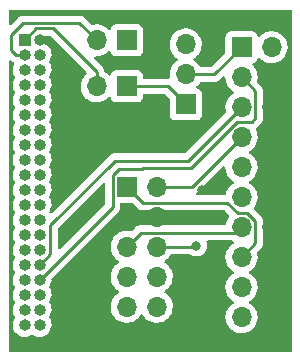
<source format=gbr>
%TF.GenerationSoftware,KiCad,Pcbnew,6.0.5+dfsg-1~bpo11+1*%
%TF.CreationDate,2022-08-16T04:59:05+00:00*%
%TF.ProjectId,olimex_stm32mp1_jtag,6f6c696d-6578-45f7-9374-6d33326d7031,rev?*%
%TF.SameCoordinates,Original*%
%TF.FileFunction,Copper,L2,Bot*%
%TF.FilePolarity,Positive*%
%FSLAX46Y46*%
G04 Gerber Fmt 4.6, Leading zero omitted, Abs format (unit mm)*
G04 Created by KiCad (PCBNEW 6.0.5+dfsg-1~bpo11+1) date 2022-08-16 04:59:05*
%MOMM*%
%LPD*%
G01*
G04 APERTURE LIST*
%TA.AperFunction,ComponentPad*%
%ADD10R,1.700000X1.700000*%
%TD*%
%TA.AperFunction,ComponentPad*%
%ADD11O,1.700000X1.700000*%
%TD*%
%TA.AperFunction,ComponentPad*%
%ADD12R,1.000000X1.000000*%
%TD*%
%TA.AperFunction,ComponentPad*%
%ADD13O,1.000000X1.000000*%
%TD*%
%TA.AperFunction,ViaPad*%
%ADD14C,0.800000*%
%TD*%
%TA.AperFunction,Conductor*%
%ADD15C,0.250000*%
%TD*%
G04 APERTURE END LIST*
D10*
%TO.P,JP2,1,A*%
%TO.N,+3V3*%
X150500000Y-73120000D03*
D11*
%TO.P,JP2,2,B*%
%TO.N,Net-(J3-Pad3)*%
X147960000Y-73120000D03*
%TD*%
D10*
%TO.P,JP3,1,A*%
%TO.N,+5V*%
X150500000Y-77000000D03*
D11*
%TO.P,JP3,2,B*%
%TO.N,Net-(J3-Pad1)*%
X147960000Y-77000000D03*
%TD*%
D10*
%TO.P,JP1,1,A*%
%TO.N,+5V*%
X155500000Y-78540000D03*
D11*
%TO.P,JP1,2,C*%
%TO.N,VCC*%
X155500000Y-76000000D03*
%TO.P,JP1,3,B*%
%TO.N,+3V3*%
X155500000Y-73460000D03*
%TD*%
D10*
%TO.P,J2,1,Pin_1*%
%TO.N,/~{RST}*%
X150500000Y-85500000D03*
D11*
%TO.P,J2,2,Pin_2*%
%TO.N,/JTMS-SWDIO*%
X153040000Y-85500000D03*
%TO.P,J2,3,Pin_3*%
%TO.N,GND*%
X150500000Y-88040000D03*
%TO.P,J2,4,Pin_4*%
X153040000Y-88040000D03*
%TO.P,J2,5,Pin_5*%
%TO.N,/JTDO-TRACESWO*%
X150500000Y-90580000D03*
%TO.P,J2,6,Pin_6*%
%TO.N,/JTCK-SWCLK*%
X153040000Y-90580000D03*
%TO.P,J2,7,Pin_7*%
%TO.N,+3V3*%
X150500000Y-93120000D03*
%TO.P,J2,8,Pin_8*%
X153040000Y-93120000D03*
%TO.P,J2,9,Pin_9*%
%TO.N,+5V*%
X150500000Y-95660000D03*
%TO.P,J2,10,Pin_10*%
X153040000Y-95660000D03*
%TD*%
D10*
%TO.P,J1,1,Pin_1*%
%TO.N,VCC*%
X160225000Y-73695000D03*
D11*
%TO.P,J1,2,Pin_2*%
X162765000Y-73695000D03*
%TO.P,J1,3,Pin_3*%
%TO.N,/~{JTRST}*%
X160225000Y-76235000D03*
%TO.P,J1,4,Pin_4*%
%TO.N,GND*%
X162765000Y-76235000D03*
%TO.P,J1,5,Pin_5*%
%TO.N,/JTDI*%
X160225000Y-78775000D03*
%TO.P,J1,6,Pin_6*%
%TO.N,GND*%
X162765000Y-78775000D03*
%TO.P,J1,7,Pin_7*%
%TO.N,/JTMS-SWDIO*%
X160225000Y-81315000D03*
%TO.P,J1,8,Pin_8*%
%TO.N,GND*%
X162765000Y-81315000D03*
%TO.P,J1,9,Pin_9*%
%TO.N,/JTCK-SWCLK*%
X160225000Y-83855000D03*
%TO.P,J1,10,Pin_10*%
%TO.N,GND*%
X162765000Y-83855000D03*
%TO.P,J1,11,Pin_11*%
%TO.N,unconnected-(J1-Pad11)*%
X160225000Y-86395000D03*
%TO.P,J1,12,Pin_12*%
%TO.N,GND*%
X162765000Y-86395000D03*
%TO.P,J1,13,Pin_13*%
%TO.N,/JTDO-TRACESWO*%
X160225000Y-88935000D03*
%TO.P,J1,14,Pin_14*%
%TO.N,GND*%
X162765000Y-88935000D03*
%TO.P,J1,15,Pin_15*%
%TO.N,/~{RST}*%
X160225000Y-91475000D03*
%TO.P,J1,16,Pin_16*%
%TO.N,GND*%
X162765000Y-91475000D03*
%TO.P,J1,17,Pin_17*%
%TO.N,unconnected-(J1-Pad17)*%
X160225000Y-94015000D03*
%TO.P,J1,18,Pin_18*%
%TO.N,GND*%
X162765000Y-94015000D03*
%TO.P,J1,19,Pin_19*%
%TO.N,unconnected-(J1-Pad19)*%
X160225000Y-96555000D03*
%TO.P,J1,20,Pin_20*%
%TO.N,GND*%
X162765000Y-96555000D03*
%TD*%
D12*
%TO.P,J3,1,Pin_1*%
%TO.N,Net-(J3-Pad1)*%
X141855000Y-73070000D03*
D13*
%TO.P,J3,2,Pin_2*%
%TO.N,GND*%
X143125000Y-73070000D03*
%TO.P,J3,3,Pin_3*%
%TO.N,Net-(J3-Pad3)*%
X141855000Y-74340000D03*
%TO.P,J3,4,Pin_4*%
%TO.N,unconnected-(J3-Pad4)*%
X143125000Y-74340000D03*
%TO.P,J3,5,Pin_5*%
%TO.N,/~{RST}*%
X141855000Y-75610000D03*
%TO.P,J3,6,Pin_6*%
%TO.N,unconnected-(J3-Pad6)*%
X143125000Y-75610000D03*
%TO.P,J3,7,Pin_7*%
%TO.N,unconnected-(J3-Pad7)*%
X141855000Y-76880000D03*
%TO.P,J3,8,Pin_8*%
%TO.N,unconnected-(J3-Pad8)*%
X143125000Y-76880000D03*
%TO.P,J3,9,Pin_9*%
%TO.N,unconnected-(J3-Pad9)*%
X141855000Y-78150000D03*
%TO.P,J3,10,Pin_10*%
%TO.N,unconnected-(J3-Pad10)*%
X143125000Y-78150000D03*
%TO.P,J3,11,Pin_11*%
%TO.N,unconnected-(J3-Pad11)*%
X141855000Y-79420000D03*
%TO.P,J3,12,Pin_12*%
%TO.N,unconnected-(J3-Pad12)*%
X143125000Y-79420000D03*
%TO.P,J3,13,Pin_13*%
%TO.N,unconnected-(J3-Pad13)*%
X141855000Y-80690000D03*
%TO.P,J3,14,Pin_14*%
%TO.N,unconnected-(J3-Pad14)*%
X143125000Y-80690000D03*
%TO.P,J3,15,Pin_15*%
%TO.N,unconnected-(J3-Pad15)*%
X141855000Y-81960000D03*
%TO.P,J3,16,Pin_16*%
%TO.N,unconnected-(J3-Pad16)*%
X143125000Y-81960000D03*
%TO.P,J3,17,Pin_17*%
%TO.N,unconnected-(J3-Pad17)*%
X141855000Y-83230000D03*
%TO.P,J3,18,Pin_18*%
%TO.N,unconnected-(J3-Pad18)*%
X143125000Y-83230000D03*
%TO.P,J3,19,Pin_19*%
%TO.N,unconnected-(J3-Pad19)*%
X141855000Y-84500000D03*
%TO.P,J3,20,Pin_20*%
%TO.N,unconnected-(J3-Pad20)*%
X143125000Y-84500000D03*
%TO.P,J3,21,Pin_21*%
%TO.N,unconnected-(J3-Pad21)*%
X141855000Y-85770000D03*
%TO.P,J3,22,Pin_22*%
%TO.N,unconnected-(J3-Pad22)*%
X143125000Y-85770000D03*
%TO.P,J3,23,Pin_23*%
%TO.N,unconnected-(J3-Pad23)*%
X141855000Y-87040000D03*
%TO.P,J3,24,Pin_24*%
%TO.N,unconnected-(J3-Pad24)*%
X143125000Y-87040000D03*
%TO.P,J3,25,Pin_25*%
%TO.N,unconnected-(J3-Pad25)*%
X141855000Y-88310000D03*
%TO.P,J3,26,Pin_26*%
%TO.N,/JTMS-SWDIO*%
X143125000Y-88310000D03*
%TO.P,J3,27,Pin_27*%
%TO.N,unconnected-(J3-Pad27)*%
X141855000Y-89580000D03*
%TO.P,J3,28,Pin_28*%
%TO.N,/JTCK-SWCLK*%
X143125000Y-89580000D03*
%TO.P,J3,29,Pin_29*%
%TO.N,unconnected-(J3-Pad29)*%
X141855000Y-90850000D03*
%TO.P,J3,30,Pin_30*%
%TO.N,/JTDO-TRACESWO*%
X143125000Y-90850000D03*
%TO.P,J3,31,Pin_31*%
%TO.N,unconnected-(J3-Pad31)*%
X141855000Y-92120000D03*
%TO.P,J3,32,Pin_32*%
%TO.N,/JTDI*%
X143125000Y-92120000D03*
%TO.P,J3,33,Pin_33*%
%TO.N,unconnected-(J3-Pad33)*%
X141855000Y-93390000D03*
%TO.P,J3,34,Pin_34*%
%TO.N,/~{JTRST}*%
X143125000Y-93390000D03*
%TO.P,J3,35,Pin_35*%
%TO.N,unconnected-(J3-Pad35)*%
X141855000Y-94660000D03*
%TO.P,J3,36,Pin_36*%
%TO.N,unconnected-(J3-Pad36)*%
X143125000Y-94660000D03*
%TO.P,J3,37,Pin_37*%
%TO.N,unconnected-(J3-Pad37)*%
X141855000Y-95930000D03*
%TO.P,J3,38,Pin_38*%
%TO.N,unconnected-(J3-Pad38)*%
X143125000Y-95930000D03*
%TO.P,J3,39,Pin_39*%
%TO.N,unconnected-(J3-Pad39)*%
X141855000Y-97200000D03*
%TO.P,J3,40,Pin_40*%
%TO.N,unconnected-(J3-Pad40)*%
X143125000Y-97200000D03*
%TD*%
D14*
%TO.N,GND*%
X147900000Y-86500000D03*
X147200000Y-97300000D03*
X157900000Y-88100000D03*
X157000000Y-95700000D03*
X153100000Y-71100000D03*
X146100000Y-93000000D03*
X158100000Y-72400000D03*
X147400000Y-82700000D03*
X156900000Y-85800000D03*
X152900000Y-79600000D03*
X153100000Y-75000000D03*
X145700000Y-83300000D03*
X149900000Y-79800000D03*
%TO.N,/JTCK-SWCLK*%
X156400000Y-90500000D03*
%TD*%
D15*
%TO.N,/~{RST}*%
X159033299Y-86865000D02*
X159928299Y-87760000D01*
X150500000Y-85500000D02*
X151865000Y-86865000D01*
X161400000Y-88448299D02*
X161400000Y-90300000D01*
X151865000Y-86865000D02*
X159033299Y-86865000D01*
X159928299Y-87760000D02*
X160711701Y-87760000D01*
X161400000Y-90300000D02*
X160225000Y-91475000D01*
X160711701Y-87760000D02*
X161400000Y-88448299D01*
%TO.N,/JTMS-SWDIO*%
X153040000Y-85500000D02*
X156040000Y-85500000D01*
X156040000Y-85500000D02*
X160225000Y-81315000D01*
%TO.N,/JTCK-SWCLK*%
X153040000Y-90580000D02*
X156320000Y-90580000D01*
X156320000Y-90580000D02*
X156400000Y-90500000D01*
%TO.N,/JTDO-TRACESWO*%
X150500000Y-90580000D02*
X151675000Y-89405000D01*
X151675000Y-89405000D02*
X159755000Y-89405000D01*
%TO.N,/JTDI*%
X155700000Y-83300000D02*
X160225000Y-78775000D01*
X144026090Y-91218910D02*
X144026090Y-88773910D01*
X143125000Y-92120000D02*
X144026090Y-91218910D01*
X144026090Y-88773910D02*
X149500000Y-83300000D01*
X149500000Y-83300000D02*
X155700000Y-83300000D01*
%TO.N,/~{JTRST}*%
X149325000Y-84475000D02*
X149325000Y-87190000D01*
X155978299Y-83900000D02*
X151900000Y-83900000D01*
X149826442Y-83973558D02*
X149325000Y-84475000D01*
X151900000Y-83900000D02*
X151826442Y-83973558D01*
X160225000Y-76235000D02*
X161400000Y-77410000D01*
X161100000Y-80000000D02*
X159878299Y-80000000D01*
X161400000Y-79700000D02*
X161100000Y-80000000D01*
X149325000Y-87190000D02*
X143125000Y-93390000D01*
X151826442Y-83973558D02*
X149826442Y-83973558D01*
X161400000Y-77410000D02*
X161400000Y-79700000D01*
X159878299Y-80000000D02*
X155978299Y-83900000D01*
%TO.N,VCC*%
X155500000Y-76000000D02*
X157920000Y-76000000D01*
X157920000Y-76000000D02*
X160225000Y-73695000D01*
%TO.N,+5V*%
X150500000Y-77000000D02*
X153960000Y-77000000D01*
X153960000Y-77000000D02*
X155500000Y-78540000D01*
%TO.N,Net-(J3-Pad1)*%
X147960000Y-75760000D02*
X144300000Y-72100000D01*
X144300000Y-72100000D02*
X142825000Y-72100000D01*
X147960000Y-77000000D02*
X147960000Y-75760000D01*
X142825000Y-72100000D02*
X141855000Y-73070000D01*
%TO.N,Net-(J3-Pad3)*%
X140700000Y-73892106D02*
X140700000Y-72700000D01*
X141750000Y-71650000D02*
X146490000Y-71650000D01*
X141147894Y-74340000D02*
X140700000Y-73892106D01*
X146490000Y-71650000D02*
X147960000Y-73120000D01*
X141855000Y-74340000D02*
X141147894Y-74340000D01*
X140700000Y-72700000D02*
X141750000Y-71650000D01*
%TD*%
%TA.AperFunction,Conductor*%
%TO.N,GND*%
G36*
X164433621Y-70528502D02*
G01*
X164480114Y-70582158D01*
X164491500Y-70634500D01*
X164491500Y-99365500D01*
X164471498Y-99433621D01*
X164417842Y-99480114D01*
X164365500Y-99491500D01*
X140634500Y-99491500D01*
X140566379Y-99471498D01*
X140519886Y-99417842D01*
X140508500Y-99365500D01*
X140508500Y-74900702D01*
X140528502Y-74832581D01*
X140582158Y-74786088D01*
X140652432Y-74775984D01*
X140717012Y-74805478D01*
X140723595Y-74811607D01*
X140725313Y-74813325D01*
X140725323Y-74813333D01*
X140728124Y-74816135D01*
X140731321Y-74818615D01*
X140740341Y-74826318D01*
X140772573Y-74856586D01*
X140779519Y-74860405D01*
X140779522Y-74860407D01*
X140790328Y-74866348D01*
X140806847Y-74877199D01*
X140822853Y-74889614D01*
X140830122Y-74892759D01*
X140830126Y-74892762D01*
X140863431Y-74907174D01*
X140874081Y-74912391D01*
X140912834Y-74933695D01*
X140915988Y-74934505D01*
X140970322Y-74976899D01*
X140993799Y-75043901D01*
X140978381Y-75111078D01*
X140926535Y-75205387D01*
X140926533Y-75205392D01*
X140923567Y-75210787D01*
X140921706Y-75216654D01*
X140921705Y-75216656D01*
X140871328Y-75375463D01*
X140863765Y-75399306D01*
X140841719Y-75595851D01*
X140842235Y-75601995D01*
X140857748Y-75786739D01*
X140858268Y-75792934D01*
X140878817Y-75864598D01*
X140909572Y-75971851D01*
X140912783Y-75983050D01*
X140927847Y-76012361D01*
X140973847Y-76101866D01*
X141003187Y-76158956D01*
X141007016Y-76163787D01*
X141008839Y-76166088D01*
X141009414Y-76167509D01*
X141010353Y-76168966D01*
X141010076Y-76169144D01*
X141035474Y-76231898D01*
X141022301Y-76301662D01*
X141018846Y-76307474D01*
X140923567Y-76480787D01*
X140921706Y-76486654D01*
X140921705Y-76486656D01*
X140873824Y-76637596D01*
X140863765Y-76669306D01*
X140841719Y-76865851D01*
X140842235Y-76871995D01*
X140856441Y-77041173D01*
X140858268Y-77062934D01*
X140871869Y-77110365D01*
X140908865Y-77239385D01*
X140912783Y-77253050D01*
X140915602Y-77258535D01*
X140985467Y-77394476D01*
X141003187Y-77428956D01*
X141007016Y-77433787D01*
X141008839Y-77436088D01*
X141009414Y-77437509D01*
X141010353Y-77438966D01*
X141010076Y-77439144D01*
X141035474Y-77501898D01*
X141022301Y-77571662D01*
X141018846Y-77577474D01*
X140923567Y-77750787D01*
X140921706Y-77756654D01*
X140921705Y-77756656D01*
X140870797Y-77917138D01*
X140863765Y-77939306D01*
X140841719Y-78135851D01*
X140844662Y-78170896D01*
X140856261Y-78309030D01*
X140858268Y-78332934D01*
X140864239Y-78353757D01*
X140910357Y-78514588D01*
X140912783Y-78523050D01*
X141003187Y-78698956D01*
X141007016Y-78703787D01*
X141008839Y-78706088D01*
X141009414Y-78707509D01*
X141010353Y-78708966D01*
X141010076Y-78709144D01*
X141035474Y-78771898D01*
X141022301Y-78841662D01*
X141018846Y-78847474D01*
X140923567Y-79020787D01*
X140921706Y-79026654D01*
X140921705Y-79026656D01*
X140872940Y-79180382D01*
X140863765Y-79209306D01*
X140841719Y-79405851D01*
X140842235Y-79411995D01*
X140848992Y-79492460D01*
X140858268Y-79602934D01*
X140859967Y-79608858D01*
X140909050Y-79780030D01*
X140912783Y-79793050D01*
X141003187Y-79968956D01*
X141007016Y-79973787D01*
X141008839Y-79976088D01*
X141009414Y-79977509D01*
X141010353Y-79978966D01*
X141010076Y-79979144D01*
X141035474Y-80041898D01*
X141022301Y-80111662D01*
X141018846Y-80117474D01*
X140923567Y-80290787D01*
X140921706Y-80296654D01*
X140921705Y-80296656D01*
X140870091Y-80459365D01*
X140863765Y-80479306D01*
X140841719Y-80675851D01*
X140858268Y-80872934D01*
X140912783Y-81063050D01*
X141003187Y-81238956D01*
X141007016Y-81243787D01*
X141008839Y-81246088D01*
X141009414Y-81247509D01*
X141010353Y-81248966D01*
X141010076Y-81249144D01*
X141035474Y-81311898D01*
X141022301Y-81381662D01*
X141018846Y-81387474D01*
X140923567Y-81560787D01*
X140921706Y-81566654D01*
X140921705Y-81566656D01*
X140910154Y-81603069D01*
X140863765Y-81749306D01*
X140841719Y-81945851D01*
X140858268Y-82142934D01*
X140912783Y-82333050D01*
X140929885Y-82366326D01*
X140990315Y-82483909D01*
X141003187Y-82508956D01*
X141007016Y-82513787D01*
X141008839Y-82516088D01*
X141009414Y-82517509D01*
X141010353Y-82518966D01*
X141010076Y-82519144D01*
X141035474Y-82581898D01*
X141022301Y-82651662D01*
X141018846Y-82657474D01*
X140923567Y-82830787D01*
X140921706Y-82836654D01*
X140921705Y-82836656D01*
X140915934Y-82854848D01*
X140863765Y-83019306D01*
X140841719Y-83215851D01*
X140858268Y-83412934D01*
X140912783Y-83603050D01*
X140927847Y-83632361D01*
X140991865Y-83756925D01*
X141003187Y-83778956D01*
X141007016Y-83783787D01*
X141008839Y-83786088D01*
X141009414Y-83787509D01*
X141010353Y-83788966D01*
X141010076Y-83789144D01*
X141035474Y-83851898D01*
X141022301Y-83921662D01*
X141018846Y-83927474D01*
X140923567Y-84100787D01*
X140921706Y-84106654D01*
X140921705Y-84106656D01*
X140910154Y-84143069D01*
X140863765Y-84289306D01*
X140841719Y-84485851D01*
X140842235Y-84491995D01*
X140856350Y-84660088D01*
X140858268Y-84682934D01*
X140859967Y-84688858D01*
X140910905Y-84866500D01*
X140912783Y-84873050D01*
X140929885Y-84906326D01*
X140990315Y-85023909D01*
X141003187Y-85048956D01*
X141007016Y-85053787D01*
X141008839Y-85056088D01*
X141009414Y-85057509D01*
X141010353Y-85058966D01*
X141010076Y-85059144D01*
X141035474Y-85121898D01*
X141022301Y-85191662D01*
X141018846Y-85197474D01*
X140923567Y-85370787D01*
X140921706Y-85376654D01*
X140921705Y-85376656D01*
X140870797Y-85537138D01*
X140863765Y-85559306D01*
X140841719Y-85755851D01*
X140858268Y-85952934D01*
X140873468Y-86005942D01*
X140910045Y-86133500D01*
X140912783Y-86143050D01*
X141003187Y-86318956D01*
X141007016Y-86323787D01*
X141008839Y-86326088D01*
X141009414Y-86327509D01*
X141010353Y-86328966D01*
X141010076Y-86329144D01*
X141035474Y-86391898D01*
X141022301Y-86461662D01*
X141018846Y-86467474D01*
X140923567Y-86640787D01*
X140921706Y-86646654D01*
X140921705Y-86646656D01*
X140910154Y-86683069D01*
X140863765Y-86829306D01*
X140841719Y-87025851D01*
X140842235Y-87031995D01*
X140857187Y-87210057D01*
X140858268Y-87222934D01*
X140872343Y-87272018D01*
X140903761Y-87381586D01*
X140912783Y-87413050D01*
X141003187Y-87588956D01*
X141007016Y-87593787D01*
X141008839Y-87596088D01*
X141009414Y-87597509D01*
X141010353Y-87598966D01*
X141010076Y-87599144D01*
X141035474Y-87661898D01*
X141022301Y-87731662D01*
X141018846Y-87737474D01*
X140923567Y-87910787D01*
X140921706Y-87916654D01*
X140921705Y-87916656D01*
X140889682Y-88017606D01*
X140863765Y-88099306D01*
X140841719Y-88295851D01*
X140858268Y-88492934D01*
X140912783Y-88683050D01*
X140915602Y-88688535D01*
X140994746Y-88842531D01*
X141003187Y-88858956D01*
X141007016Y-88863787D01*
X141008839Y-88866088D01*
X141009414Y-88867509D01*
X141010353Y-88868966D01*
X141010076Y-88869144D01*
X141035474Y-88931898D01*
X141022301Y-89001662D01*
X141018846Y-89007474D01*
X140923567Y-89180787D01*
X140921706Y-89186654D01*
X140921705Y-89186656D01*
X140899847Y-89255562D01*
X140863765Y-89369306D01*
X140841719Y-89565851D01*
X140842235Y-89571995D01*
X140854529Y-89718401D01*
X140858268Y-89762934D01*
X140859967Y-89768858D01*
X140899487Y-89906680D01*
X140912783Y-89953050D01*
X140915602Y-89958535D01*
X140985467Y-90094476D01*
X141003187Y-90128956D01*
X141007016Y-90133787D01*
X141008839Y-90136088D01*
X141009414Y-90137509D01*
X141010353Y-90138966D01*
X141010076Y-90139144D01*
X141035474Y-90201898D01*
X141022301Y-90271662D01*
X141018846Y-90277474D01*
X140923567Y-90450787D01*
X140921706Y-90456654D01*
X140921705Y-90456656D01*
X140870797Y-90617138D01*
X140863765Y-90639306D01*
X140841719Y-90835851D01*
X140842235Y-90841995D01*
X140857264Y-91020975D01*
X140858268Y-91032934D01*
X140869323Y-91071486D01*
X140910357Y-91214588D01*
X140912783Y-91223050D01*
X141003187Y-91398956D01*
X141007016Y-91403787D01*
X141008839Y-91406088D01*
X141009414Y-91407509D01*
X141010353Y-91408966D01*
X141010076Y-91409144D01*
X141035474Y-91471898D01*
X141022301Y-91541662D01*
X141018846Y-91547474D01*
X140923567Y-91720787D01*
X140921706Y-91726654D01*
X140921705Y-91726656D01*
X140882840Y-91849174D01*
X140863765Y-91909306D01*
X140841719Y-92105851D01*
X140842235Y-92111995D01*
X140857402Y-92292617D01*
X140858268Y-92302934D01*
X140859967Y-92308858D01*
X140899487Y-92446680D01*
X140912783Y-92493050D01*
X140942730Y-92551319D01*
X140990315Y-92643909D01*
X141003187Y-92668956D01*
X141007016Y-92673787D01*
X141008839Y-92676088D01*
X141009414Y-92677509D01*
X141010353Y-92678966D01*
X141010076Y-92679144D01*
X141035474Y-92741898D01*
X141022301Y-92811662D01*
X141018846Y-92817474D01*
X140923567Y-92990787D01*
X140921706Y-92996654D01*
X140921705Y-92996656D01*
X140870797Y-93157138D01*
X140863765Y-93179306D01*
X140841719Y-93375851D01*
X140842235Y-93381995D01*
X140854465Y-93527639D01*
X140858268Y-93572934D01*
X140859967Y-93578858D01*
X140910357Y-93754588D01*
X140912783Y-93763050D01*
X141003187Y-93938956D01*
X141007016Y-93943787D01*
X141008839Y-93946088D01*
X141009414Y-93947509D01*
X141010353Y-93948966D01*
X141010076Y-93949144D01*
X141035474Y-94011898D01*
X141022301Y-94081662D01*
X141018846Y-94087474D01*
X140923567Y-94260787D01*
X140921706Y-94266654D01*
X140921705Y-94266656D01*
X140882840Y-94389174D01*
X140863765Y-94449306D01*
X140841719Y-94645851D01*
X140842235Y-94651995D01*
X140857402Y-94832617D01*
X140858268Y-94842934D01*
X140859967Y-94848858D01*
X140899487Y-94986680D01*
X140912783Y-95033050D01*
X140929885Y-95066326D01*
X140990315Y-95183909D01*
X141003187Y-95208956D01*
X141007016Y-95213787D01*
X141008839Y-95216088D01*
X141009414Y-95217509D01*
X141010353Y-95218966D01*
X141010076Y-95219144D01*
X141035474Y-95281898D01*
X141022301Y-95351662D01*
X141018846Y-95357474D01*
X140923567Y-95530787D01*
X140921706Y-95536654D01*
X140921705Y-95536656D01*
X140870797Y-95697138D01*
X140863765Y-95719306D01*
X140841719Y-95915851D01*
X140842235Y-95921995D01*
X140854465Y-96067639D01*
X140858268Y-96112934D01*
X140859967Y-96118858D01*
X140910357Y-96294588D01*
X140912783Y-96303050D01*
X141003187Y-96478956D01*
X141007016Y-96483787D01*
X141008839Y-96486088D01*
X141009414Y-96487509D01*
X141010353Y-96488966D01*
X141010076Y-96489144D01*
X141035474Y-96551898D01*
X141022301Y-96621662D01*
X141018846Y-96627474D01*
X140923567Y-96800787D01*
X140921706Y-96806654D01*
X140921705Y-96806656D01*
X140865627Y-96983436D01*
X140863765Y-96989306D01*
X140841719Y-97185851D01*
X140842235Y-97191995D01*
X140856350Y-97360088D01*
X140858268Y-97382934D01*
X140859967Y-97388858D01*
X140899014Y-97525031D01*
X140912783Y-97573050D01*
X141003187Y-97748956D01*
X141126035Y-97903953D01*
X141130728Y-97907947D01*
X141130729Y-97907948D01*
X141261051Y-98018860D01*
X141276650Y-98032136D01*
X141449294Y-98128624D01*
X141637392Y-98189740D01*
X141833777Y-98213158D01*
X141839912Y-98212686D01*
X141839914Y-98212686D01*
X142024830Y-98198457D01*
X142024834Y-98198456D01*
X142030972Y-98197984D01*
X142221463Y-98144798D01*
X142226967Y-98142018D01*
X142226969Y-98142017D01*
X142392493Y-98058405D01*
X142392495Y-98058404D01*
X142397996Y-98055625D01*
X142402850Y-98051833D01*
X142402859Y-98051827D01*
X142411548Y-98045038D01*
X142477542Y-98018860D01*
X142550592Y-98034339D01*
X142719294Y-98128624D01*
X142907392Y-98189740D01*
X143103777Y-98213158D01*
X143109912Y-98212686D01*
X143109914Y-98212686D01*
X143294830Y-98198457D01*
X143294834Y-98198456D01*
X143300972Y-98197984D01*
X143491463Y-98144798D01*
X143496967Y-98142018D01*
X143496969Y-98142017D01*
X143662495Y-98058404D01*
X143662497Y-98058403D01*
X143667996Y-98055625D01*
X143823847Y-97933861D01*
X143953078Y-97784145D01*
X144050769Y-97612179D01*
X144113197Y-97424513D01*
X144137985Y-97228295D01*
X144138380Y-97200000D01*
X144119080Y-97003167D01*
X144108774Y-96969030D01*
X144070743Y-96843069D01*
X144061916Y-96813831D01*
X143969066Y-96639204D01*
X143965167Y-96634424D01*
X143964715Y-96633743D01*
X143943676Y-96565935D01*
X143960105Y-96501775D01*
X144047723Y-96347542D01*
X144047725Y-96347537D01*
X144050769Y-96342179D01*
X144113197Y-96154513D01*
X144137985Y-95958295D01*
X144138380Y-95930000D01*
X144119080Y-95733167D01*
X144117095Y-95726590D01*
X144063697Y-95549731D01*
X144061916Y-95543831D01*
X143969066Y-95369204D01*
X143965167Y-95364424D01*
X143964715Y-95363743D01*
X143943676Y-95295935D01*
X143960105Y-95231775D01*
X143966396Y-95220702D01*
X144016995Y-95131632D01*
X144047723Y-95077542D01*
X144047725Y-95077537D01*
X144050769Y-95072179D01*
X144113197Y-94884513D01*
X144137985Y-94688295D01*
X144138380Y-94660000D01*
X144119080Y-94463167D01*
X144115517Y-94451364D01*
X144070743Y-94303069D01*
X144061916Y-94273831D01*
X143969066Y-94099204D01*
X143965167Y-94094424D01*
X143964715Y-94093743D01*
X143943676Y-94025935D01*
X143960105Y-93961775D01*
X144047723Y-93807542D01*
X144047725Y-93807537D01*
X144050769Y-93802179D01*
X144113197Y-93614513D01*
X144137985Y-93418295D01*
X144138380Y-93390000D01*
X144133702Y-93342288D01*
X144146962Y-93272540D01*
X144170006Y-93240898D01*
X146932760Y-90478145D01*
X149717253Y-87693652D01*
X149725539Y-87686112D01*
X149732018Y-87682000D01*
X149778644Y-87632348D01*
X149781398Y-87629507D01*
X149801135Y-87609770D01*
X149803615Y-87606573D01*
X149811320Y-87597551D01*
X149841586Y-87565321D01*
X149845405Y-87558375D01*
X149845407Y-87558372D01*
X149851348Y-87547566D01*
X149862199Y-87531047D01*
X149869758Y-87521301D01*
X149874614Y-87515041D01*
X149877759Y-87507772D01*
X149877762Y-87507768D01*
X149892174Y-87474463D01*
X149897391Y-87463813D01*
X149918695Y-87425060D01*
X149923733Y-87405437D01*
X149930137Y-87386734D01*
X149935033Y-87375420D01*
X149935033Y-87375419D01*
X149938181Y-87368145D01*
X149939420Y-87360322D01*
X149939423Y-87360312D01*
X149945099Y-87324476D01*
X149947505Y-87312856D01*
X149956528Y-87277711D01*
X149956528Y-87277710D01*
X149958500Y-87270030D01*
X149958500Y-87249776D01*
X149960051Y-87230065D01*
X149961980Y-87217886D01*
X149963220Y-87210057D01*
X149959059Y-87166038D01*
X149958500Y-87154181D01*
X149958500Y-86984500D01*
X149978502Y-86916379D01*
X150032158Y-86869886D01*
X150084500Y-86858500D01*
X150910406Y-86858500D01*
X150978527Y-86878502D01*
X150999501Y-86895405D01*
X151361343Y-87257247D01*
X151368887Y-87265537D01*
X151373000Y-87272018D01*
X151378777Y-87277443D01*
X151422667Y-87318658D01*
X151425509Y-87321413D01*
X151445231Y-87341135D01*
X151448355Y-87343558D01*
X151448359Y-87343562D01*
X151448424Y-87343612D01*
X151457445Y-87351317D01*
X151489679Y-87381586D01*
X151496627Y-87385405D01*
X151496629Y-87385407D01*
X151507432Y-87391346D01*
X151523959Y-87402202D01*
X151533698Y-87409757D01*
X151533700Y-87409758D01*
X151539960Y-87414614D01*
X151580540Y-87432174D01*
X151591188Y-87437391D01*
X151629940Y-87458695D01*
X151637616Y-87460666D01*
X151637619Y-87460667D01*
X151649562Y-87463733D01*
X151668267Y-87470137D01*
X151686855Y-87478181D01*
X151694678Y-87479420D01*
X151694688Y-87479423D01*
X151730524Y-87485099D01*
X151742144Y-87487505D01*
X151777289Y-87496528D01*
X151784970Y-87498500D01*
X151805224Y-87498500D01*
X151824934Y-87500051D01*
X151844943Y-87503220D01*
X151852835Y-87502474D01*
X151888961Y-87499059D01*
X151900819Y-87498500D01*
X158718705Y-87498500D01*
X158786826Y-87518502D01*
X158807800Y-87535405D01*
X159168398Y-87896003D01*
X159202424Y-87958315D01*
X159197359Y-88029130D01*
X159172241Y-88069204D01*
X159172457Y-88069379D01*
X159171017Y-88071157D01*
X159170394Y-88072152D01*
X159165629Y-88077138D01*
X159162715Y-88081410D01*
X159162714Y-88081411D01*
X159146683Y-88104912D01*
X159039743Y-88261680D01*
X159017502Y-88309594D01*
X158978968Y-88392610D01*
X158945688Y-88464305D01*
X158894487Y-88648927D01*
X158886099Y-88679173D01*
X158848620Y-88739470D01*
X158784491Y-88769933D01*
X158764682Y-88771500D01*
X151753767Y-88771500D01*
X151742584Y-88770973D01*
X151735091Y-88769298D01*
X151727165Y-88769547D01*
X151727164Y-88769547D01*
X151667001Y-88771438D01*
X151663043Y-88771500D01*
X151635144Y-88771500D01*
X151631154Y-88772004D01*
X151619320Y-88772936D01*
X151575111Y-88774326D01*
X151567497Y-88776538D01*
X151567492Y-88776539D01*
X151555659Y-88779977D01*
X151536296Y-88783988D01*
X151516203Y-88786526D01*
X151508836Y-88789443D01*
X151508831Y-88789444D01*
X151475092Y-88802802D01*
X151463865Y-88806646D01*
X151421407Y-88818982D01*
X151414581Y-88823019D01*
X151403972Y-88829293D01*
X151386224Y-88837988D01*
X151367383Y-88845448D01*
X151360967Y-88850110D01*
X151360966Y-88850110D01*
X151331613Y-88871436D01*
X151321693Y-88877952D01*
X151290465Y-88896420D01*
X151290462Y-88896422D01*
X151283638Y-88900458D01*
X151269317Y-88914779D01*
X151254284Y-88927619D01*
X151237893Y-88939528D01*
X151232843Y-88945632D01*
X151232838Y-88945637D01*
X151209707Y-88973598D01*
X151201717Y-88982379D01*
X150957344Y-89226751D01*
X150895032Y-89260776D01*
X150846153Y-89261702D01*
X150633373Y-89223800D01*
X150633367Y-89223799D01*
X150628284Y-89222894D01*
X150554452Y-89221992D01*
X150410081Y-89220228D01*
X150410079Y-89220228D01*
X150404911Y-89220165D01*
X150184091Y-89253955D01*
X149971756Y-89323357D01*
X149773607Y-89426507D01*
X149769474Y-89429610D01*
X149769471Y-89429612D01*
X149599100Y-89557530D01*
X149594965Y-89560635D01*
X149440629Y-89722138D01*
X149314743Y-89906680D01*
X149220688Y-90109305D01*
X149160989Y-90324570D01*
X149137251Y-90546695D01*
X149137548Y-90551848D01*
X149137548Y-90551851D01*
X149146526Y-90707551D01*
X149150110Y-90769715D01*
X149151247Y-90774761D01*
X149151248Y-90774767D01*
X149166399Y-90841995D01*
X149199222Y-90987639D01*
X149237461Y-91081811D01*
X149276871Y-91178866D01*
X149283266Y-91194616D01*
X149321815Y-91257522D01*
X149397291Y-91380688D01*
X149399987Y-91385088D01*
X149546250Y-91553938D01*
X149718126Y-91696632D01*
X149769506Y-91726656D01*
X149791445Y-91739476D01*
X149840169Y-91791114D01*
X149853240Y-91860897D01*
X149826509Y-91926669D01*
X149786055Y-91960027D01*
X149773607Y-91966507D01*
X149769474Y-91969610D01*
X149769471Y-91969612D01*
X149603775Y-92094020D01*
X149594965Y-92100635D01*
X149440629Y-92262138D01*
X149437720Y-92266403D01*
X149437714Y-92266411D01*
X149425404Y-92284457D01*
X149314743Y-92446680D01*
X149299003Y-92480590D01*
X149223193Y-92643909D01*
X149220688Y-92649305D01*
X149160989Y-92864570D01*
X149137251Y-93086695D01*
X149137548Y-93091848D01*
X149137548Y-93091851D01*
X149148570Y-93283014D01*
X149150110Y-93309715D01*
X149151247Y-93314761D01*
X149151248Y-93314767D01*
X149166399Y-93381995D01*
X149199222Y-93527639D01*
X149283266Y-93734616D01*
X149321082Y-93796326D01*
X149397291Y-93920688D01*
X149399987Y-93925088D01*
X149546250Y-94093938D01*
X149718126Y-94236632D01*
X149769506Y-94266656D01*
X149791445Y-94279476D01*
X149840169Y-94331114D01*
X149853240Y-94400897D01*
X149826509Y-94466669D01*
X149786055Y-94500027D01*
X149773607Y-94506507D01*
X149769474Y-94509610D01*
X149769471Y-94509612D01*
X149603775Y-94634020D01*
X149594965Y-94640635D01*
X149440629Y-94802138D01*
X149437720Y-94806403D01*
X149437714Y-94806411D01*
X149425404Y-94824457D01*
X149314743Y-94986680D01*
X149299003Y-95020590D01*
X149223193Y-95183909D01*
X149220688Y-95189305D01*
X149160989Y-95404570D01*
X149137251Y-95626695D01*
X149137548Y-95631848D01*
X149137548Y-95631851D01*
X149143070Y-95727617D01*
X149150110Y-95849715D01*
X149151247Y-95854761D01*
X149151248Y-95854767D01*
X149166399Y-95921995D01*
X149199222Y-96067639D01*
X149283266Y-96274616D01*
X149321082Y-96336326D01*
X149397291Y-96460688D01*
X149399987Y-96465088D01*
X149546250Y-96633938D01*
X149718126Y-96776632D01*
X149911000Y-96889338D01*
X150119692Y-96969030D01*
X150124760Y-96970061D01*
X150124763Y-96970062D01*
X150190499Y-96983436D01*
X150338597Y-97013567D01*
X150343772Y-97013757D01*
X150343774Y-97013757D01*
X150556673Y-97021564D01*
X150556677Y-97021564D01*
X150561837Y-97021753D01*
X150566957Y-97021097D01*
X150566959Y-97021097D01*
X150778288Y-96994025D01*
X150778289Y-96994025D01*
X150783416Y-96993368D01*
X150788366Y-96991883D01*
X150992429Y-96930661D01*
X150992434Y-96930659D01*
X150997384Y-96929174D01*
X151197994Y-96830896D01*
X151379860Y-96701173D01*
X151538096Y-96543489D01*
X151553757Y-96521695D01*
X151668453Y-96362077D01*
X151669776Y-96363028D01*
X151716645Y-96319857D01*
X151786580Y-96307625D01*
X151852026Y-96335144D01*
X151879875Y-96366994D01*
X151939987Y-96465088D01*
X152086250Y-96633938D01*
X152258126Y-96776632D01*
X152451000Y-96889338D01*
X152659692Y-96969030D01*
X152664760Y-96970061D01*
X152664763Y-96970062D01*
X152730499Y-96983436D01*
X152878597Y-97013567D01*
X152883772Y-97013757D01*
X152883774Y-97013757D01*
X153096673Y-97021564D01*
X153096677Y-97021564D01*
X153101837Y-97021753D01*
X153106957Y-97021097D01*
X153106959Y-97021097D01*
X153318288Y-96994025D01*
X153318289Y-96994025D01*
X153323416Y-96993368D01*
X153328366Y-96991883D01*
X153532429Y-96930661D01*
X153532434Y-96930659D01*
X153537384Y-96929174D01*
X153737994Y-96830896D01*
X153919860Y-96701173D01*
X154078096Y-96543489D01*
X154093757Y-96521695D01*
X154205435Y-96366277D01*
X154208453Y-96362077D01*
X154223140Y-96332361D01*
X154305136Y-96166453D01*
X154305137Y-96166451D01*
X154307430Y-96161811D01*
X154339900Y-96054940D01*
X154370865Y-95953023D01*
X154370865Y-95953021D01*
X154372370Y-95948069D01*
X154401529Y-95726590D01*
X154401707Y-95719306D01*
X154403074Y-95663365D01*
X154403074Y-95663361D01*
X154403156Y-95660000D01*
X154384852Y-95437361D01*
X154330431Y-95220702D01*
X154241354Y-95015840D01*
X154152436Y-94878393D01*
X154122822Y-94832617D01*
X154122820Y-94832614D01*
X154120014Y-94828277D01*
X153969670Y-94663051D01*
X153965619Y-94659852D01*
X153965615Y-94659848D01*
X153798414Y-94527800D01*
X153798410Y-94527798D01*
X153794359Y-94524598D01*
X153753053Y-94501796D01*
X153703084Y-94451364D01*
X153688312Y-94381921D01*
X153713428Y-94315516D01*
X153740780Y-94288909D01*
X153787769Y-94255392D01*
X153919860Y-94161173D01*
X154078096Y-94003489D01*
X154093757Y-93981695D01*
X154205435Y-93826277D01*
X154208453Y-93822077D01*
X154223140Y-93792361D01*
X154305136Y-93626453D01*
X154305137Y-93626451D01*
X154307430Y-93621811D01*
X154339900Y-93514940D01*
X154370865Y-93413023D01*
X154370865Y-93413021D01*
X154372370Y-93408069D01*
X154401529Y-93186590D01*
X154401707Y-93179306D01*
X154403074Y-93123365D01*
X154403074Y-93123361D01*
X154403156Y-93120000D01*
X154384852Y-92897361D01*
X154330431Y-92680702D01*
X154241354Y-92475840D01*
X154162721Y-92354292D01*
X154122822Y-92292617D01*
X154122820Y-92292614D01*
X154120014Y-92288277D01*
X153969670Y-92123051D01*
X153965619Y-92119852D01*
X153965615Y-92119848D01*
X153798414Y-91987800D01*
X153798410Y-91987798D01*
X153794359Y-91984598D01*
X153753053Y-91961796D01*
X153703084Y-91911364D01*
X153688312Y-91841921D01*
X153713428Y-91775516D01*
X153740780Y-91748909D01*
X153787769Y-91715392D01*
X153919860Y-91621173D01*
X154078096Y-91463489D01*
X154093757Y-91441695D01*
X154205435Y-91286277D01*
X154208453Y-91282077D01*
X154210746Y-91277437D01*
X154212446Y-91274608D01*
X154264674Y-91226518D01*
X154320451Y-91213500D01*
X155795476Y-91213500D01*
X155869537Y-91237564D01*
X155889904Y-91252361D01*
X155943248Y-91291118D01*
X155949276Y-91293802D01*
X155949278Y-91293803D01*
X156111681Y-91366109D01*
X156117712Y-91368794D01*
X156194369Y-91385088D01*
X156298056Y-91407128D01*
X156298061Y-91407128D01*
X156304513Y-91408500D01*
X156495487Y-91408500D01*
X156501939Y-91407128D01*
X156501944Y-91407128D01*
X156605631Y-91385088D01*
X156682288Y-91368794D01*
X156688319Y-91366109D01*
X156850722Y-91293803D01*
X156850724Y-91293802D01*
X156856752Y-91291118D01*
X157011253Y-91178866D01*
X157139040Y-91036944D01*
X157234527Y-90871556D01*
X157293542Y-90689928D01*
X157296944Y-90657566D01*
X157312814Y-90506565D01*
X157313504Y-90500000D01*
X157300895Y-90380030D01*
X157294232Y-90316635D01*
X157294232Y-90316633D01*
X157293542Y-90310072D01*
X157263742Y-90218357D01*
X157258894Y-90203436D01*
X157256867Y-90132468D01*
X157293529Y-90071671D01*
X157357241Y-90040345D01*
X157378727Y-90038500D01*
X159386538Y-90038500D01*
X159450108Y-90055712D01*
X159516445Y-90094476D01*
X159565169Y-90146114D01*
X159578240Y-90215897D01*
X159551509Y-90281669D01*
X159511055Y-90315027D01*
X159498607Y-90321507D01*
X159494474Y-90324610D01*
X159494471Y-90324612D01*
X159324100Y-90452530D01*
X159319965Y-90455635D01*
X159165629Y-90617138D01*
X159162715Y-90621410D01*
X159162714Y-90621411D01*
X159125939Y-90675321D01*
X159039743Y-90801680D01*
X158945688Y-91004305D01*
X158885989Y-91219570D01*
X158862251Y-91441695D01*
X158862548Y-91446848D01*
X158862548Y-91446851D01*
X158868011Y-91541590D01*
X158875110Y-91664715D01*
X158876247Y-91669761D01*
X158876248Y-91669767D01*
X158889069Y-91726656D01*
X158924222Y-91882639D01*
X159008266Y-92089616D01*
X159017309Y-92104373D01*
X159116606Y-92266411D01*
X159124987Y-92280088D01*
X159271250Y-92448938D01*
X159443126Y-92591632D01*
X159511191Y-92631406D01*
X159516445Y-92634476D01*
X159565169Y-92686114D01*
X159578240Y-92755897D01*
X159551509Y-92821669D01*
X159511055Y-92855027D01*
X159498607Y-92861507D01*
X159494474Y-92864610D01*
X159494471Y-92864612D01*
X159324100Y-92992530D01*
X159319965Y-92995635D01*
X159165629Y-93157138D01*
X159039743Y-93341680D01*
X158945688Y-93544305D01*
X158885989Y-93759570D01*
X158862251Y-93981695D01*
X158862548Y-93986848D01*
X158862548Y-93986851D01*
X158868723Y-94093938D01*
X158875110Y-94204715D01*
X158876247Y-94209761D01*
X158876248Y-94209767D01*
X158889069Y-94266656D01*
X158924222Y-94422639D01*
X159008266Y-94629616D01*
X159026792Y-94659848D01*
X159116606Y-94806411D01*
X159124987Y-94820088D01*
X159271250Y-94988938D01*
X159443126Y-95131632D01*
X159511191Y-95171406D01*
X159516445Y-95174476D01*
X159565169Y-95226114D01*
X159578240Y-95295897D01*
X159551509Y-95361669D01*
X159511055Y-95395027D01*
X159498607Y-95401507D01*
X159494474Y-95404610D01*
X159494471Y-95404612D01*
X159324100Y-95532530D01*
X159319965Y-95535635D01*
X159165629Y-95697138D01*
X159039743Y-95881680D01*
X158945688Y-96084305D01*
X158885989Y-96299570D01*
X158862251Y-96521695D01*
X158862548Y-96526848D01*
X158862548Y-96526851D01*
X158868723Y-96633938D01*
X158875110Y-96744715D01*
X158876247Y-96749761D01*
X158876248Y-96749767D01*
X158889069Y-96806656D01*
X158924222Y-96962639D01*
X159008266Y-97169616D01*
X159124987Y-97360088D01*
X159271250Y-97528938D01*
X159443126Y-97671632D01*
X159636000Y-97784338D01*
X159844692Y-97864030D01*
X159849760Y-97865061D01*
X159849763Y-97865062D01*
X159957017Y-97886883D01*
X160063597Y-97908567D01*
X160068772Y-97908757D01*
X160068774Y-97908757D01*
X160281673Y-97916564D01*
X160281677Y-97916564D01*
X160286837Y-97916753D01*
X160291957Y-97916097D01*
X160291959Y-97916097D01*
X160503288Y-97889025D01*
X160503289Y-97889025D01*
X160508416Y-97888368D01*
X160513366Y-97886883D01*
X160717429Y-97825661D01*
X160717434Y-97825659D01*
X160722384Y-97824174D01*
X160922994Y-97725896D01*
X161104860Y-97596173D01*
X161263096Y-97438489D01*
X161277537Y-97418393D01*
X161390435Y-97261277D01*
X161393453Y-97257077D01*
X161423395Y-97196495D01*
X161490136Y-97061453D01*
X161490137Y-97061451D01*
X161492430Y-97056811D01*
X161543312Y-96889338D01*
X161555865Y-96848023D01*
X161555865Y-96848021D01*
X161557370Y-96843069D01*
X161586529Y-96621590D01*
X161587889Y-96565935D01*
X161588074Y-96558365D01*
X161588074Y-96558361D01*
X161588156Y-96555000D01*
X161569852Y-96332361D01*
X161515431Y-96115702D01*
X161426354Y-95910840D01*
X161383467Y-95844547D01*
X161307822Y-95727617D01*
X161307820Y-95727614D01*
X161305014Y-95723277D01*
X161154670Y-95558051D01*
X161150619Y-95554852D01*
X161150615Y-95554848D01*
X160983414Y-95422800D01*
X160983410Y-95422798D01*
X160979359Y-95419598D01*
X160938053Y-95396796D01*
X160888084Y-95346364D01*
X160873312Y-95276921D01*
X160898428Y-95210516D01*
X160925780Y-95183909D01*
X160969603Y-95152650D01*
X161104860Y-95056173D01*
X161149698Y-95011492D01*
X161259435Y-94902137D01*
X161263096Y-94898489D01*
X161277537Y-94878393D01*
X161390435Y-94721277D01*
X161393453Y-94717077D01*
X161423395Y-94656495D01*
X161490136Y-94521453D01*
X161490137Y-94521451D01*
X161492430Y-94516811D01*
X161557370Y-94303069D01*
X161586529Y-94081590D01*
X161587889Y-94025935D01*
X161588074Y-94018365D01*
X161588074Y-94018361D01*
X161588156Y-94015000D01*
X161569852Y-93792361D01*
X161515431Y-93575702D01*
X161426354Y-93370840D01*
X161305014Y-93183277D01*
X161154670Y-93018051D01*
X161150619Y-93014852D01*
X161150615Y-93014848D01*
X160983414Y-92882800D01*
X160983410Y-92882798D01*
X160979359Y-92879598D01*
X160938053Y-92856796D01*
X160888084Y-92806364D01*
X160873312Y-92736921D01*
X160898428Y-92670516D01*
X160925780Y-92643909D01*
X160969603Y-92612650D01*
X161104860Y-92516173D01*
X161149698Y-92471492D01*
X161259435Y-92362137D01*
X161263096Y-92358489D01*
X161322594Y-92275689D01*
X161390435Y-92181277D01*
X161393453Y-92177077D01*
X161425619Y-92111995D01*
X161490136Y-91981453D01*
X161490137Y-91981451D01*
X161492430Y-91976811D01*
X161557370Y-91763069D01*
X161586529Y-91541590D01*
X161586611Y-91538240D01*
X161588074Y-91478365D01*
X161588074Y-91478361D01*
X161588156Y-91475000D01*
X161569852Y-91252361D01*
X161541821Y-91140766D01*
X161544625Y-91069825D01*
X161574930Y-91020975D01*
X161792253Y-90803652D01*
X161800539Y-90796112D01*
X161807018Y-90792000D01*
X161853644Y-90742348D01*
X161856398Y-90739507D01*
X161876135Y-90719770D01*
X161878615Y-90716573D01*
X161886320Y-90707551D01*
X161911159Y-90681100D01*
X161916586Y-90675321D01*
X161920405Y-90668375D01*
X161920407Y-90668372D01*
X161926348Y-90657566D01*
X161937199Y-90641047D01*
X161944758Y-90631301D01*
X161949614Y-90625041D01*
X161952759Y-90617772D01*
X161952762Y-90617768D01*
X161967174Y-90584463D01*
X161972391Y-90573813D01*
X161993695Y-90535060D01*
X161998733Y-90515437D01*
X162005137Y-90496734D01*
X162010033Y-90485420D01*
X162010033Y-90485419D01*
X162013181Y-90478145D01*
X162014420Y-90470322D01*
X162014423Y-90470312D01*
X162020099Y-90434476D01*
X162022505Y-90422856D01*
X162031528Y-90387711D01*
X162031528Y-90387710D01*
X162033500Y-90380030D01*
X162033500Y-90359776D01*
X162035051Y-90340065D01*
X162036980Y-90327886D01*
X162038220Y-90320057D01*
X162034059Y-90276038D01*
X162033500Y-90264181D01*
X162033500Y-88527067D01*
X162034027Y-88515884D01*
X162035702Y-88508391D01*
X162035403Y-88498858D01*
X162033562Y-88440301D01*
X162033500Y-88436343D01*
X162033500Y-88408443D01*
X162032996Y-88404452D01*
X162032063Y-88392610D01*
X162030923Y-88356335D01*
X162030674Y-88348410D01*
X162028462Y-88340796D01*
X162028461Y-88340791D01*
X162025023Y-88328958D01*
X162021012Y-88309594D01*
X162019467Y-88297363D01*
X162018474Y-88289502D01*
X162015557Y-88282135D01*
X162015556Y-88282130D01*
X162002198Y-88248391D01*
X161998354Y-88237164D01*
X161988230Y-88202321D01*
X161986018Y-88194706D01*
X161975707Y-88177271D01*
X161967012Y-88159523D01*
X161959552Y-88140682D01*
X161933564Y-88104912D01*
X161927048Y-88094992D01*
X161908580Y-88063764D01*
X161908578Y-88063761D01*
X161904542Y-88056937D01*
X161890221Y-88042616D01*
X161877380Y-88027582D01*
X161870132Y-88017606D01*
X161865472Y-88011192D01*
X161831407Y-87983011D01*
X161822626Y-87975021D01*
X161281505Y-87433899D01*
X161247480Y-87371587D01*
X161252545Y-87300771D01*
X161268278Y-87271278D01*
X161390435Y-87101277D01*
X161393453Y-87097077D01*
X161423395Y-87036495D01*
X161490136Y-86901453D01*
X161490137Y-86901451D01*
X161492430Y-86896811D01*
X161557370Y-86683069D01*
X161586529Y-86461590D01*
X161587889Y-86405935D01*
X161588074Y-86398365D01*
X161588074Y-86398361D01*
X161588156Y-86395000D01*
X161569852Y-86172361D01*
X161515431Y-85955702D01*
X161426354Y-85750840D01*
X161386906Y-85689862D01*
X161307822Y-85567617D01*
X161307820Y-85567614D01*
X161305014Y-85563277D01*
X161154670Y-85398051D01*
X161150619Y-85394852D01*
X161150615Y-85394848D01*
X160983414Y-85262800D01*
X160983410Y-85262798D01*
X160979359Y-85259598D01*
X160938053Y-85236796D01*
X160888084Y-85186364D01*
X160873312Y-85116921D01*
X160898428Y-85050516D01*
X160925780Y-85023909D01*
X160969603Y-84992650D01*
X161104860Y-84896173D01*
X161263096Y-84738489D01*
X161277537Y-84718393D01*
X161390435Y-84561277D01*
X161393453Y-84557077D01*
X161405106Y-84533500D01*
X161490136Y-84361453D01*
X161490137Y-84361451D01*
X161492430Y-84356811D01*
X161557370Y-84143069D01*
X161586529Y-83921590D01*
X161587889Y-83865935D01*
X161588074Y-83858365D01*
X161588074Y-83858361D01*
X161588156Y-83855000D01*
X161569852Y-83632361D01*
X161515431Y-83415702D01*
X161426354Y-83210840D01*
X161386906Y-83149862D01*
X161307822Y-83027617D01*
X161307820Y-83027614D01*
X161305014Y-83023277D01*
X161154670Y-82858051D01*
X161150619Y-82854852D01*
X161150615Y-82854848D01*
X160983414Y-82722800D01*
X160983410Y-82722798D01*
X160979359Y-82719598D01*
X160938053Y-82696796D01*
X160888084Y-82646364D01*
X160873312Y-82576921D01*
X160898428Y-82510516D01*
X160925780Y-82483909D01*
X160969603Y-82452650D01*
X161104860Y-82356173D01*
X161263096Y-82198489D01*
X161277537Y-82178393D01*
X161390435Y-82021277D01*
X161393453Y-82017077D01*
X161423395Y-81956495D01*
X161490136Y-81821453D01*
X161490137Y-81821451D01*
X161492430Y-81816811D01*
X161557370Y-81603069D01*
X161586529Y-81381590D01*
X161587889Y-81325935D01*
X161588074Y-81318365D01*
X161588074Y-81318361D01*
X161588156Y-81315000D01*
X161569852Y-81092361D01*
X161515431Y-80875702D01*
X161426506Y-80671189D01*
X161417685Y-80600743D01*
X161448352Y-80536711D01*
X161477919Y-80512492D01*
X161491362Y-80504542D01*
X161496969Y-80498936D01*
X161505685Y-80490220D01*
X161520719Y-80477379D01*
X161530695Y-80470131D01*
X161530696Y-80470130D01*
X161537107Y-80465472D01*
X161565288Y-80431407D01*
X161573278Y-80422626D01*
X161792258Y-80203647D01*
X161800537Y-80196113D01*
X161807018Y-80192000D01*
X161853645Y-80142347D01*
X161856399Y-80139506D01*
X161876135Y-80119770D01*
X161878615Y-80116573D01*
X161886320Y-80107551D01*
X161911159Y-80081100D01*
X161916586Y-80075321D01*
X161920405Y-80068375D01*
X161920407Y-80068372D01*
X161926348Y-80057566D01*
X161937199Y-80041047D01*
X161944758Y-80031301D01*
X161949614Y-80025041D01*
X161952759Y-80017772D01*
X161952762Y-80017768D01*
X161967174Y-79984463D01*
X161972391Y-79973813D01*
X161993695Y-79935060D01*
X161998733Y-79915437D01*
X162005137Y-79896734D01*
X162010033Y-79885420D01*
X162010033Y-79885419D01*
X162013181Y-79878145D01*
X162014420Y-79870322D01*
X162014423Y-79870312D01*
X162020099Y-79834476D01*
X162022505Y-79822856D01*
X162031528Y-79787711D01*
X162031528Y-79787710D01*
X162033500Y-79780030D01*
X162033500Y-79759776D01*
X162035051Y-79740065D01*
X162036980Y-79727886D01*
X162038220Y-79720057D01*
X162034059Y-79676038D01*
X162033500Y-79664181D01*
X162033500Y-77488767D01*
X162034027Y-77477584D01*
X162035702Y-77470091D01*
X162034949Y-77446114D01*
X162033562Y-77402001D01*
X162033500Y-77398043D01*
X162033500Y-77370144D01*
X162032996Y-77366153D01*
X162032063Y-77354311D01*
X162031028Y-77321358D01*
X162030674Y-77310111D01*
X162028462Y-77302497D01*
X162028461Y-77302492D01*
X162025023Y-77290659D01*
X162021012Y-77271295D01*
X162019467Y-77259064D01*
X162018474Y-77251203D01*
X162015557Y-77243836D01*
X162015556Y-77243831D01*
X162002198Y-77210092D01*
X161998354Y-77198865D01*
X161994194Y-77184547D01*
X161986018Y-77156407D01*
X161975707Y-77138972D01*
X161967012Y-77121224D01*
X161959552Y-77102383D01*
X161933564Y-77066613D01*
X161927048Y-77056693D01*
X161908580Y-77025465D01*
X161908578Y-77025462D01*
X161904542Y-77018638D01*
X161890221Y-77004317D01*
X161877380Y-76989283D01*
X161865472Y-76972893D01*
X161859368Y-76967843D01*
X161859363Y-76967838D01*
X161831402Y-76944707D01*
X161822622Y-76936717D01*
X161576218Y-76690313D01*
X161542192Y-76628001D01*
X161544755Y-76564589D01*
X161546286Y-76559552D01*
X161557370Y-76523069D01*
X161586529Y-76301590D01*
X161587889Y-76245935D01*
X161588074Y-76238365D01*
X161588074Y-76238361D01*
X161588156Y-76235000D01*
X161569852Y-76012361D01*
X161515431Y-75795702D01*
X161426354Y-75590840D01*
X161332632Y-75445968D01*
X161307822Y-75407617D01*
X161307820Y-75407614D01*
X161305014Y-75403277D01*
X161301401Y-75399306D01*
X161157798Y-75241488D01*
X161126746Y-75177642D01*
X161135141Y-75107143D01*
X161180317Y-75052375D01*
X161206761Y-75038706D01*
X161313297Y-74998767D01*
X161321705Y-74995615D01*
X161438261Y-74908261D01*
X161525615Y-74791705D01*
X161540433Y-74752179D01*
X161569598Y-74674382D01*
X161612240Y-74617618D01*
X161678802Y-74592918D01*
X161748150Y-74608126D01*
X161782817Y-74636114D01*
X161811250Y-74668938D01*
X161983126Y-74811632D01*
X162176000Y-74924338D01*
X162180825Y-74926180D01*
X162180826Y-74926181D01*
X162200503Y-74933695D01*
X162384692Y-75004030D01*
X162389760Y-75005061D01*
X162389763Y-75005062D01*
X162497017Y-75026883D01*
X162603597Y-75048567D01*
X162608772Y-75048757D01*
X162608774Y-75048757D01*
X162821673Y-75056564D01*
X162821677Y-75056564D01*
X162826837Y-75056753D01*
X162831957Y-75056097D01*
X162831959Y-75056097D01*
X163043288Y-75029025D01*
X163043289Y-75029025D01*
X163048416Y-75028368D01*
X163053366Y-75026883D01*
X163257429Y-74965661D01*
X163257434Y-74965659D01*
X163262384Y-74964174D01*
X163462994Y-74865896D01*
X163644860Y-74736173D01*
X163649252Y-74731797D01*
X163745268Y-74636115D01*
X163803096Y-74578489D01*
X163817537Y-74558393D01*
X163930435Y-74401277D01*
X163933453Y-74397077D01*
X163938486Y-74386895D01*
X164030136Y-74201453D01*
X164030137Y-74201451D01*
X164032430Y-74196811D01*
X164086331Y-74019404D01*
X164095865Y-73988023D01*
X164095865Y-73988021D01*
X164097370Y-73983069D01*
X164126529Y-73761590D01*
X164126738Y-73753023D01*
X164128074Y-73698365D01*
X164128074Y-73698361D01*
X164128156Y-73695000D01*
X164109852Y-73472361D01*
X164055431Y-73255702D01*
X163966354Y-73050840D01*
X163845014Y-72863277D01*
X163694670Y-72698051D01*
X163690619Y-72694852D01*
X163690615Y-72694848D01*
X163523414Y-72562800D01*
X163523410Y-72562798D01*
X163519359Y-72559598D01*
X163323789Y-72451638D01*
X163318920Y-72449914D01*
X163318916Y-72449912D01*
X163118087Y-72378795D01*
X163118083Y-72378794D01*
X163113212Y-72377069D01*
X163108119Y-72376162D01*
X163108116Y-72376161D01*
X162898373Y-72338800D01*
X162898367Y-72338799D01*
X162893284Y-72337894D01*
X162819452Y-72336992D01*
X162675081Y-72335228D01*
X162675079Y-72335228D01*
X162669911Y-72335165D01*
X162449091Y-72368955D01*
X162236756Y-72438357D01*
X162038607Y-72541507D01*
X162034474Y-72544610D01*
X162034471Y-72544612D01*
X161873221Y-72665682D01*
X161859965Y-72675635D01*
X161785554Y-72753502D01*
X161779283Y-72760064D01*
X161717759Y-72795494D01*
X161646846Y-72792037D01*
X161589060Y-72750791D01*
X161570207Y-72717243D01*
X161528767Y-72606703D01*
X161525615Y-72598295D01*
X161438261Y-72481739D01*
X161321705Y-72394385D01*
X161185316Y-72343255D01*
X161123134Y-72336500D01*
X159326866Y-72336500D01*
X159264684Y-72343255D01*
X159128295Y-72394385D01*
X159011739Y-72481739D01*
X158924385Y-72598295D01*
X158873255Y-72734684D01*
X158871211Y-72753502D01*
X158867097Y-72791375D01*
X158866500Y-72796866D01*
X158866500Y-74105405D01*
X158846498Y-74173526D01*
X158829595Y-74194500D01*
X157694500Y-75329595D01*
X157632188Y-75363621D01*
X157605405Y-75366500D01*
X156776805Y-75366500D01*
X156708684Y-75346498D01*
X156671013Y-75308940D01*
X156582822Y-75172617D01*
X156582820Y-75172614D01*
X156580014Y-75168277D01*
X156429670Y-75003051D01*
X156425619Y-74999852D01*
X156425615Y-74999848D01*
X156258414Y-74867800D01*
X156258410Y-74867798D01*
X156254359Y-74864598D01*
X156213053Y-74841796D01*
X156163084Y-74791364D01*
X156148312Y-74721921D01*
X156173428Y-74655516D01*
X156200780Y-74628909D01*
X156250935Y-74593134D01*
X156379860Y-74501173D01*
X156402613Y-74478500D01*
X156534435Y-74347137D01*
X156538096Y-74343489D01*
X156597594Y-74260689D01*
X156665435Y-74166277D01*
X156668453Y-74162077D01*
X156674768Y-74149301D01*
X156765136Y-73966453D01*
X156765137Y-73966451D01*
X156767430Y-73961811D01*
X156821257Y-73784645D01*
X156830865Y-73753023D01*
X156830865Y-73753021D01*
X156832370Y-73748069D01*
X156861529Y-73526590D01*
X156862182Y-73499870D01*
X156863074Y-73463365D01*
X156863074Y-73463361D01*
X156863156Y-73460000D01*
X156844852Y-73237361D01*
X156790431Y-73020702D01*
X156701354Y-72815840D01*
X156637569Y-72717243D01*
X156582822Y-72632617D01*
X156582820Y-72632614D01*
X156580014Y-72628277D01*
X156429670Y-72463051D01*
X156425619Y-72459852D01*
X156425615Y-72459848D01*
X156258414Y-72327800D01*
X156258410Y-72327798D01*
X156254359Y-72324598D01*
X156246764Y-72320405D01*
X156074449Y-72225283D01*
X156058789Y-72216638D01*
X156053920Y-72214914D01*
X156053916Y-72214912D01*
X155853087Y-72143795D01*
X155853083Y-72143794D01*
X155848212Y-72142069D01*
X155843119Y-72141162D01*
X155843116Y-72141161D01*
X155633373Y-72103800D01*
X155633367Y-72103799D01*
X155628284Y-72102894D01*
X155554452Y-72101992D01*
X155410081Y-72100228D01*
X155410079Y-72100228D01*
X155404911Y-72100165D01*
X155184091Y-72133955D01*
X154971756Y-72203357D01*
X154942726Y-72218469D01*
X154779380Y-72303502D01*
X154773607Y-72306507D01*
X154769474Y-72309610D01*
X154769471Y-72309612D01*
X154600761Y-72436283D01*
X154594965Y-72440635D01*
X154591393Y-72444373D01*
X154451169Y-72591109D01*
X154440629Y-72602138D01*
X154437715Y-72606410D01*
X154437714Y-72606411D01*
X154375202Y-72698051D01*
X154314743Y-72786680D01*
X154276205Y-72869704D01*
X154252627Y-72920499D01*
X154220688Y-72989305D01*
X154160989Y-73204570D01*
X154137251Y-73426695D01*
X154137548Y-73431848D01*
X154137548Y-73431851D01*
X154148739Y-73625938D01*
X154150110Y-73649715D01*
X154151247Y-73654761D01*
X154151248Y-73654767D01*
X154161074Y-73698365D01*
X154199222Y-73867639D01*
X154254385Y-74003489D01*
X154262954Y-74024592D01*
X154283266Y-74074616D01*
X154321657Y-74137264D01*
X154374742Y-74223891D01*
X154399987Y-74265088D01*
X154546250Y-74433938D01*
X154718126Y-74576632D01*
X154746366Y-74593134D01*
X154791445Y-74619476D01*
X154840169Y-74671114D01*
X154853240Y-74740897D01*
X154826509Y-74806669D01*
X154786055Y-74840027D01*
X154773607Y-74846507D01*
X154769474Y-74849610D01*
X154769471Y-74849612D01*
X154599100Y-74977530D01*
X154594965Y-74980635D01*
X154440629Y-75142138D01*
X154314743Y-75326680D01*
X154275227Y-75411810D01*
X154239413Y-75488966D01*
X154220688Y-75529305D01*
X154160989Y-75744570D01*
X154137251Y-75966695D01*
X154137548Y-75971848D01*
X154137548Y-75971851D01*
X154145242Y-76105283D01*
X154150110Y-76189715D01*
X154151247Y-76194758D01*
X154155313Y-76212800D01*
X154150775Y-76283652D01*
X154108653Y-76340803D01*
X154042320Y-76366109D01*
X154032395Y-76366500D01*
X154019776Y-76366500D01*
X154000065Y-76364949D01*
X153987886Y-76363020D01*
X153980057Y-76361780D01*
X153972165Y-76362526D01*
X153936039Y-76365941D01*
X153924181Y-76366500D01*
X151984500Y-76366500D01*
X151916379Y-76346498D01*
X151869886Y-76292842D01*
X151858500Y-76240500D01*
X151858500Y-76101866D01*
X151851745Y-76039684D01*
X151800615Y-75903295D01*
X151713261Y-75786739D01*
X151596705Y-75699385D01*
X151460316Y-75648255D01*
X151398134Y-75641500D01*
X149601866Y-75641500D01*
X149539684Y-75648255D01*
X149403295Y-75699385D01*
X149286739Y-75786739D01*
X149199385Y-75903295D01*
X149196233Y-75911703D01*
X149154919Y-76021907D01*
X149112277Y-76078671D01*
X149045716Y-76103371D01*
X148976367Y-76088163D01*
X148943743Y-76062476D01*
X148893151Y-76006875D01*
X148893142Y-76006866D01*
X148889670Y-76003051D01*
X148885619Y-75999852D01*
X148885615Y-75999848D01*
X148718414Y-75867800D01*
X148718410Y-75867798D01*
X148714359Y-75864598D01*
X148709835Y-75862100D01*
X148709831Y-75862098D01*
X148658606Y-75833820D01*
X148608636Y-75783388D01*
X148594634Y-75727997D01*
X148593748Y-75728053D01*
X148593500Y-75724111D01*
X148593500Y-75720144D01*
X148592996Y-75716153D01*
X148592063Y-75704311D01*
X148591909Y-75699385D01*
X148590674Y-75660111D01*
X148588461Y-75652493D01*
X148585021Y-75640652D01*
X148581012Y-75621293D01*
X148579585Y-75610000D01*
X148578474Y-75601203D01*
X148575558Y-75593837D01*
X148575556Y-75593831D01*
X148562200Y-75560098D01*
X148558355Y-75548868D01*
X148548230Y-75514017D01*
X148548230Y-75514016D01*
X148546019Y-75506407D01*
X148535705Y-75488966D01*
X148527008Y-75471213D01*
X148522472Y-75459758D01*
X148519552Y-75452383D01*
X148493563Y-75416612D01*
X148487047Y-75406692D01*
X148486298Y-75405425D01*
X148464542Y-75368638D01*
X148450221Y-75354317D01*
X148437380Y-75339283D01*
X148425472Y-75322893D01*
X148419368Y-75317843D01*
X148419363Y-75317838D01*
X148391402Y-75294707D01*
X148382621Y-75286717D01*
X147787512Y-74691607D01*
X147753487Y-74629295D01*
X147758552Y-74558479D01*
X147801099Y-74501644D01*
X147867619Y-74476833D01*
X147881225Y-74476597D01*
X148016673Y-74481564D01*
X148016677Y-74481564D01*
X148021837Y-74481753D01*
X148026957Y-74481097D01*
X148026959Y-74481097D01*
X148238288Y-74454025D01*
X148238289Y-74454025D01*
X148243416Y-74453368D01*
X148248366Y-74451883D01*
X148452429Y-74390661D01*
X148452434Y-74390659D01*
X148457384Y-74389174D01*
X148657994Y-74290896D01*
X148839860Y-74161173D01*
X148948091Y-74053319D01*
X149010462Y-74019404D01*
X149081268Y-74024592D01*
X149138030Y-74067238D01*
X149155012Y-74098341D01*
X149199385Y-74216705D01*
X149286739Y-74333261D01*
X149403295Y-74420615D01*
X149539684Y-74471745D01*
X149601866Y-74478500D01*
X151398134Y-74478500D01*
X151460316Y-74471745D01*
X151596705Y-74420615D01*
X151713261Y-74333261D01*
X151800615Y-74216705D01*
X151851745Y-74080316D01*
X151858500Y-74018134D01*
X151858500Y-72221866D01*
X151851745Y-72159684D01*
X151800615Y-72023295D01*
X151713261Y-71906739D01*
X151596705Y-71819385D01*
X151460316Y-71768255D01*
X151398134Y-71761500D01*
X149601866Y-71761500D01*
X149539684Y-71768255D01*
X149403295Y-71819385D01*
X149286739Y-71906739D01*
X149199385Y-72023295D01*
X149196233Y-72031703D01*
X149154919Y-72141907D01*
X149112277Y-72198671D01*
X149045716Y-72223371D01*
X148976367Y-72208163D01*
X148943743Y-72182476D01*
X148893151Y-72126875D01*
X148893142Y-72126866D01*
X148889670Y-72123051D01*
X148885619Y-72119852D01*
X148885615Y-72119848D01*
X148718414Y-71987800D01*
X148718410Y-71987798D01*
X148714359Y-71984598D01*
X148518789Y-71876638D01*
X148513920Y-71874914D01*
X148513916Y-71874912D01*
X148313087Y-71803795D01*
X148313083Y-71803794D01*
X148308212Y-71802069D01*
X148303119Y-71801162D01*
X148303116Y-71801161D01*
X148093373Y-71763800D01*
X148093367Y-71763799D01*
X148088284Y-71762894D01*
X148014452Y-71761992D01*
X147870081Y-71760228D01*
X147870079Y-71760228D01*
X147864911Y-71760165D01*
X147644091Y-71793955D01*
X147631532Y-71798060D01*
X147560568Y-71800210D01*
X147503294Y-71767389D01*
X146993652Y-71257747D01*
X146986112Y-71249461D01*
X146982000Y-71242982D01*
X146932348Y-71196356D01*
X146929507Y-71193602D01*
X146909770Y-71173865D01*
X146906573Y-71171385D01*
X146897551Y-71163680D01*
X146884116Y-71151064D01*
X146865321Y-71133414D01*
X146858375Y-71129595D01*
X146858372Y-71129593D01*
X146847566Y-71123652D01*
X146831047Y-71112801D01*
X146830583Y-71112441D01*
X146815041Y-71100386D01*
X146807772Y-71097241D01*
X146807768Y-71097238D01*
X146774463Y-71082826D01*
X146763813Y-71077609D01*
X146725060Y-71056305D01*
X146705437Y-71051267D01*
X146686734Y-71044863D01*
X146675420Y-71039967D01*
X146675419Y-71039967D01*
X146668145Y-71036819D01*
X146660322Y-71035580D01*
X146660312Y-71035577D01*
X146624476Y-71029901D01*
X146612856Y-71027495D01*
X146577711Y-71018472D01*
X146577710Y-71018472D01*
X146570030Y-71016500D01*
X146549776Y-71016500D01*
X146530065Y-71014949D01*
X146517886Y-71013020D01*
X146510057Y-71011780D01*
X146480786Y-71014547D01*
X146466039Y-71015941D01*
X146454181Y-71016500D01*
X141828767Y-71016500D01*
X141817584Y-71015973D01*
X141810091Y-71014298D01*
X141802165Y-71014547D01*
X141802164Y-71014547D01*
X141742014Y-71016438D01*
X141738055Y-71016500D01*
X141710144Y-71016500D01*
X141706210Y-71016997D01*
X141706209Y-71016997D01*
X141706144Y-71017005D01*
X141694307Y-71017938D01*
X141662490Y-71018938D01*
X141658029Y-71019078D01*
X141650110Y-71019327D01*
X141632454Y-71024456D01*
X141630658Y-71024978D01*
X141611306Y-71028986D01*
X141604235Y-71029880D01*
X141591203Y-71031526D01*
X141583834Y-71034443D01*
X141583832Y-71034444D01*
X141550097Y-71047800D01*
X141538869Y-71051645D01*
X141496407Y-71063982D01*
X141489585Y-71068016D01*
X141489579Y-71068019D01*
X141478968Y-71074294D01*
X141461218Y-71082990D01*
X141449756Y-71087528D01*
X141449751Y-71087531D01*
X141442383Y-71090448D01*
X141424970Y-71103099D01*
X141406625Y-71116427D01*
X141396707Y-71122943D01*
X141385463Y-71129593D01*
X141358637Y-71145458D01*
X141344313Y-71159782D01*
X141329281Y-71172621D01*
X141312893Y-71184528D01*
X141284712Y-71218593D01*
X141276722Y-71227373D01*
X140723595Y-71780500D01*
X140661283Y-71814526D01*
X140590468Y-71809461D01*
X140533632Y-71766914D01*
X140508821Y-71700394D01*
X140508500Y-71691405D01*
X140508500Y-70634500D01*
X140528502Y-70566379D01*
X140582158Y-70519886D01*
X140634500Y-70508500D01*
X164365500Y-70508500D01*
X164433621Y-70528502D01*
G37*
%TD.AperFunction*%
%TA.AperFunction,Conductor*%
G36*
X148609533Y-85190539D02*
G01*
X148666368Y-85233086D01*
X148691179Y-85299606D01*
X148691500Y-85308595D01*
X148691500Y-86875406D01*
X148671498Y-86943527D01*
X148654595Y-86964501D01*
X144874685Y-90744410D01*
X144812373Y-90778436D01*
X144741557Y-90773371D01*
X144684722Y-90730824D01*
X144659911Y-90664304D01*
X144659590Y-90655315D01*
X144659590Y-89088504D01*
X144679592Y-89020383D01*
X144696495Y-88999409D01*
X148476405Y-85219500D01*
X148538717Y-85185474D01*
X148609533Y-85190539D01*
G37*
%TD.AperFunction*%
%TA.AperFunction,Conductor*%
G36*
X144053527Y-72753502D02*
G01*
X144074501Y-72770405D01*
X147083525Y-75779429D01*
X147117551Y-75841741D01*
X147112486Y-75912556D01*
X147070083Y-75969284D01*
X147059643Y-75977123D01*
X147054965Y-75980635D01*
X147029443Y-76007342D01*
X146905612Y-76136924D01*
X146900629Y-76142138D01*
X146897715Y-76146410D01*
X146897714Y-76146411D01*
X146868174Y-76189715D01*
X146774743Y-76326680D01*
X146737163Y-76407639D01*
X146683583Y-76523069D01*
X146680688Y-76529305D01*
X146620989Y-76744570D01*
X146597251Y-76966695D01*
X146597548Y-76971848D01*
X146597548Y-76971851D01*
X146608629Y-77164022D01*
X146610110Y-77189715D01*
X146611247Y-77194761D01*
X146611248Y-77194767D01*
X146632859Y-77290659D01*
X146659222Y-77407639D01*
X146743266Y-77614616D01*
X146780685Y-77675678D01*
X146827780Y-77752530D01*
X146859987Y-77805088D01*
X147006250Y-77973938D01*
X147087235Y-78041173D01*
X147161479Y-78102811D01*
X147178126Y-78116632D01*
X147371000Y-78229338D01*
X147579692Y-78309030D01*
X147584760Y-78310061D01*
X147584763Y-78310062D01*
X147666999Y-78326793D01*
X147798597Y-78353567D01*
X147803772Y-78353757D01*
X147803774Y-78353757D01*
X148016673Y-78361564D01*
X148016677Y-78361564D01*
X148021837Y-78361753D01*
X148026957Y-78361097D01*
X148026959Y-78361097D01*
X148238288Y-78334025D01*
X148238289Y-78334025D01*
X148243416Y-78333368D01*
X148248366Y-78331883D01*
X148452429Y-78270661D01*
X148452434Y-78270659D01*
X148457384Y-78269174D01*
X148657994Y-78170896D01*
X148839860Y-78041173D01*
X148948091Y-77933319D01*
X149010462Y-77899404D01*
X149081268Y-77904592D01*
X149138030Y-77947238D01*
X149155012Y-77978341D01*
X149199385Y-78096705D01*
X149286739Y-78213261D01*
X149403295Y-78300615D01*
X149539684Y-78351745D01*
X149601866Y-78358500D01*
X151398134Y-78358500D01*
X151460316Y-78351745D01*
X151596705Y-78300615D01*
X151713261Y-78213261D01*
X151800615Y-78096705D01*
X151851745Y-77960316D01*
X151858500Y-77898134D01*
X151858500Y-77759500D01*
X151878502Y-77691379D01*
X151932158Y-77644886D01*
X151984500Y-77633500D01*
X153645406Y-77633500D01*
X153713527Y-77653502D01*
X153734501Y-77670405D01*
X154104595Y-78040499D01*
X154138621Y-78102811D01*
X154141500Y-78129594D01*
X154141500Y-79438134D01*
X154148255Y-79500316D01*
X154199385Y-79636705D01*
X154286739Y-79753261D01*
X154403295Y-79840615D01*
X154539684Y-79891745D01*
X154601866Y-79898500D01*
X156398134Y-79898500D01*
X156460316Y-79891745D01*
X156596705Y-79840615D01*
X156713261Y-79753261D01*
X156800615Y-79636705D01*
X156851745Y-79500316D01*
X156858500Y-79438134D01*
X156858500Y-77641866D01*
X156851745Y-77579684D01*
X156800615Y-77443295D01*
X156713261Y-77326739D01*
X156596705Y-77239385D01*
X156584132Y-77234672D01*
X156478203Y-77194960D01*
X156421439Y-77152318D01*
X156396739Y-77085756D01*
X156411947Y-77016408D01*
X156433493Y-76987727D01*
X156538096Y-76883489D01*
X156668453Y-76702077D01*
X156670746Y-76697437D01*
X156672446Y-76694608D01*
X156724674Y-76646518D01*
X156780451Y-76633500D01*
X157841233Y-76633500D01*
X157852416Y-76634027D01*
X157859909Y-76635702D01*
X157867835Y-76635453D01*
X157867836Y-76635453D01*
X157927986Y-76633562D01*
X157931945Y-76633500D01*
X157959856Y-76633500D01*
X157963791Y-76633003D01*
X157963856Y-76632995D01*
X157975693Y-76632062D01*
X158007951Y-76631048D01*
X158011970Y-76630922D01*
X158019889Y-76630673D01*
X158039343Y-76625021D01*
X158058700Y-76621013D01*
X158070930Y-76619468D01*
X158070931Y-76619468D01*
X158078797Y-76618474D01*
X158086168Y-76615555D01*
X158086170Y-76615555D01*
X158119912Y-76602196D01*
X158131142Y-76598351D01*
X158165983Y-76588229D01*
X158165984Y-76588229D01*
X158173593Y-76586018D01*
X158180412Y-76581985D01*
X158180417Y-76581983D01*
X158191028Y-76575707D01*
X158208776Y-76567012D01*
X158227617Y-76559552D01*
X158263387Y-76533564D01*
X158273307Y-76527048D01*
X158304535Y-76508580D01*
X158304538Y-76508578D01*
X158311362Y-76504542D01*
X158325683Y-76490221D01*
X158340717Y-76477380D01*
X158350694Y-76470131D01*
X158357107Y-76465472D01*
X158385298Y-76431395D01*
X158393288Y-76422616D01*
X158650019Y-76165885D01*
X158712331Y-76131859D01*
X158783146Y-76136924D01*
X158839982Y-76179471D01*
X158864905Y-76247727D01*
X158869026Y-76319204D01*
X158875110Y-76424715D01*
X158876247Y-76429761D01*
X158876248Y-76429767D01*
X158892016Y-76499731D01*
X158924222Y-76642639D01*
X159008266Y-76849616D01*
X159026885Y-76880000D01*
X159103067Y-77004317D01*
X159124987Y-77040088D01*
X159271250Y-77208938D01*
X159443126Y-77351632D01*
X159447711Y-77354311D01*
X159516445Y-77394476D01*
X159565169Y-77446114D01*
X159578240Y-77515897D01*
X159551509Y-77581669D01*
X159511055Y-77615027D01*
X159498607Y-77621507D01*
X159494474Y-77624610D01*
X159494471Y-77624612D01*
X159324100Y-77752530D01*
X159319965Y-77755635D01*
X159165629Y-77917138D01*
X159039743Y-78101680D01*
X159004180Y-78178295D01*
X158981697Y-78226731D01*
X158945688Y-78304305D01*
X158885989Y-78519570D01*
X158862251Y-78741695D01*
X158862548Y-78746848D01*
X158862548Y-78746851D01*
X158869026Y-78859204D01*
X158875110Y-78964715D01*
X158876247Y-78969761D01*
X158876248Y-78969767D01*
X158908453Y-79112668D01*
X158903917Y-79183520D01*
X158874631Y-79229464D01*
X155474500Y-82629595D01*
X155412188Y-82663621D01*
X155385405Y-82666500D01*
X149578768Y-82666500D01*
X149567585Y-82665973D01*
X149560092Y-82664298D01*
X149552166Y-82664547D01*
X149552165Y-82664547D01*
X149492002Y-82666438D01*
X149488044Y-82666500D01*
X149460144Y-82666500D01*
X149456154Y-82667004D01*
X149444320Y-82667936D01*
X149400111Y-82669326D01*
X149392497Y-82671538D01*
X149392492Y-82671539D01*
X149380659Y-82674977D01*
X149361296Y-82678988D01*
X149341203Y-82681526D01*
X149333836Y-82684443D01*
X149333831Y-82684444D01*
X149300092Y-82697802D01*
X149288865Y-82701646D01*
X149246407Y-82713982D01*
X149239581Y-82718019D01*
X149228972Y-82724293D01*
X149211224Y-82732988D01*
X149192383Y-82740448D01*
X149185967Y-82745110D01*
X149185966Y-82745110D01*
X149156613Y-82766436D01*
X149146693Y-82772952D01*
X149115465Y-82791420D01*
X149115462Y-82791422D01*
X149108638Y-82795458D01*
X149094317Y-82809779D01*
X149079284Y-82822619D01*
X149062893Y-82834528D01*
X149057842Y-82840634D01*
X149034702Y-82868605D01*
X149026712Y-82877384D01*
X144182126Y-87721969D01*
X144119814Y-87755995D01*
X144048999Y-87750930D01*
X143992163Y-87708383D01*
X143967352Y-87641863D01*
X143983475Y-87570637D01*
X144022478Y-87501980D01*
X144050769Y-87452179D01*
X144113197Y-87264513D01*
X144137985Y-87068295D01*
X144138380Y-87040000D01*
X144119080Y-86843167D01*
X144061916Y-86653831D01*
X143969066Y-86479204D01*
X143965167Y-86474424D01*
X143964715Y-86473743D01*
X143943676Y-86405935D01*
X143960105Y-86341775D01*
X144047723Y-86187542D01*
X144047725Y-86187537D01*
X144050769Y-86182179D01*
X144113197Y-85994513D01*
X144137985Y-85798295D01*
X144138380Y-85770000D01*
X144119080Y-85573167D01*
X144061916Y-85383831D01*
X143969066Y-85209204D01*
X143965167Y-85204424D01*
X143964715Y-85203743D01*
X143943676Y-85135935D01*
X143960105Y-85071775D01*
X144047723Y-84917542D01*
X144047725Y-84917537D01*
X144050769Y-84912179D01*
X144113197Y-84724513D01*
X144137985Y-84528295D01*
X144138380Y-84500000D01*
X144119080Y-84303167D01*
X144061916Y-84113831D01*
X143969066Y-83939204D01*
X143965167Y-83934424D01*
X143964715Y-83933743D01*
X143943676Y-83865935D01*
X143960105Y-83801775D01*
X144047723Y-83647542D01*
X144047725Y-83647537D01*
X144050769Y-83642179D01*
X144113197Y-83454513D01*
X144137985Y-83258295D01*
X144138380Y-83230000D01*
X144119080Y-83033167D01*
X144061916Y-82843831D01*
X143969066Y-82669204D01*
X143965167Y-82664424D01*
X143964715Y-82663743D01*
X143943676Y-82595935D01*
X143960105Y-82531775D01*
X144047723Y-82377542D01*
X144047725Y-82377537D01*
X144050769Y-82372179D01*
X144113197Y-82184513D01*
X144137985Y-81988295D01*
X144138380Y-81960000D01*
X144119080Y-81763167D01*
X144061916Y-81573831D01*
X143969066Y-81399204D01*
X143965167Y-81394424D01*
X143964715Y-81393743D01*
X143943676Y-81325935D01*
X143960105Y-81261775D01*
X144047723Y-81107542D01*
X144047725Y-81107537D01*
X144050769Y-81102179D01*
X144113197Y-80914513D01*
X144137985Y-80718295D01*
X144138380Y-80690000D01*
X144119080Y-80493167D01*
X144114314Y-80477379D01*
X144063697Y-80309731D01*
X144061916Y-80303831D01*
X143969066Y-80129204D01*
X143965167Y-80124424D01*
X143964715Y-80123743D01*
X143943676Y-80055935D01*
X143960105Y-79991775D01*
X144047723Y-79837542D01*
X144047725Y-79837537D01*
X144050769Y-79832179D01*
X144113197Y-79644513D01*
X144137985Y-79448295D01*
X144138380Y-79420000D01*
X144119080Y-79223167D01*
X144106163Y-79180382D01*
X144063697Y-79039731D01*
X144061916Y-79033831D01*
X143969066Y-78859204D01*
X143965167Y-78854424D01*
X143964715Y-78853743D01*
X143943676Y-78785935D01*
X143960105Y-78721775D01*
X144047723Y-78567542D01*
X144047725Y-78567537D01*
X144050769Y-78562179D01*
X144113197Y-78374513D01*
X144137985Y-78178295D01*
X144138380Y-78150000D01*
X144119080Y-77953167D01*
X144061916Y-77763831D01*
X143969066Y-77589204D01*
X143965167Y-77584424D01*
X143964715Y-77583743D01*
X143943676Y-77515935D01*
X143960105Y-77451775D01*
X143964923Y-77443295D01*
X143989502Y-77400028D01*
X144047723Y-77297542D01*
X144047725Y-77297537D01*
X144050769Y-77292179D01*
X144113197Y-77104513D01*
X144137985Y-76908295D01*
X144138380Y-76880000D01*
X144119080Y-76683167D01*
X144104750Y-76635702D01*
X144070743Y-76523069D01*
X144061916Y-76493831D01*
X143969066Y-76319204D01*
X143965167Y-76314424D01*
X143964715Y-76313743D01*
X143943676Y-76245935D01*
X143960105Y-76181775D01*
X144047723Y-76027542D01*
X144047725Y-76027537D01*
X144050769Y-76022179D01*
X144113197Y-75834513D01*
X144137985Y-75638295D01*
X144138380Y-75610000D01*
X144119080Y-75413167D01*
X144107697Y-75375463D01*
X144063697Y-75229731D01*
X144061916Y-75223831D01*
X143969066Y-75049204D01*
X143965167Y-75044424D01*
X143964715Y-75043743D01*
X143943676Y-74975935D01*
X143960105Y-74911775D01*
X143966396Y-74900702D01*
X143987875Y-74862892D01*
X144047723Y-74757542D01*
X144047725Y-74757537D01*
X144050769Y-74752179D01*
X144113197Y-74564513D01*
X144137985Y-74368295D01*
X144138380Y-74340000D01*
X144119080Y-74143167D01*
X144061916Y-73953831D01*
X143969066Y-73779204D01*
X143897655Y-73691646D01*
X143847960Y-73630713D01*
X143847957Y-73630710D01*
X143844065Y-73625938D01*
X143839316Y-73622009D01*
X143696425Y-73503799D01*
X143696421Y-73503797D01*
X143691675Y-73499870D01*
X143517701Y-73405802D01*
X143328768Y-73347318D01*
X143322643Y-73346674D01*
X143322642Y-73346674D01*
X143138204Y-73327289D01*
X143138202Y-73327289D01*
X143132075Y-73326645D01*
X143000920Y-73338581D01*
X142931266Y-73324836D01*
X142880102Y-73275615D01*
X142863500Y-73213100D01*
X142863500Y-73009594D01*
X142883502Y-72941473D01*
X142900405Y-72920499D01*
X143050499Y-72770405D01*
X143112811Y-72736379D01*
X143139594Y-72733500D01*
X143985406Y-72733500D01*
X144053527Y-72753502D01*
G37*
%TD.AperFunction*%
%TA.AperFunction,Conductor*%
G36*
X158783147Y-83756925D02*
G01*
X158839982Y-83799472D01*
X158864905Y-83867728D01*
X158869026Y-83939204D01*
X158875110Y-84044715D01*
X158876247Y-84049761D01*
X158876248Y-84049767D01*
X158889069Y-84106656D01*
X158924222Y-84262639D01*
X159008266Y-84469616D01*
X159026885Y-84500000D01*
X159092552Y-84607158D01*
X159124987Y-84660088D01*
X159271250Y-84828938D01*
X159443126Y-84971632D01*
X159513595Y-85012811D01*
X159516445Y-85014476D01*
X159565169Y-85066114D01*
X159578240Y-85135897D01*
X159551509Y-85201669D01*
X159511055Y-85235027D01*
X159498607Y-85241507D01*
X159494474Y-85244610D01*
X159494471Y-85244612D01*
X159324100Y-85372530D01*
X159319965Y-85375635D01*
X159165629Y-85537138D01*
X159039743Y-85721680D01*
X158945688Y-85924305D01*
X158900411Y-86087568D01*
X158886099Y-86139173D01*
X158848620Y-86199470D01*
X158784491Y-86229933D01*
X158764682Y-86231500D01*
X156505164Y-86231500D01*
X156437043Y-86211498D01*
X156390550Y-86157842D01*
X156380446Y-86087568D01*
X156409940Y-86022988D01*
X156426176Y-86007609D01*
X156431362Y-86004542D01*
X156445683Y-85990221D01*
X156460717Y-85977380D01*
X156470694Y-85970131D01*
X156477107Y-85965472D01*
X156505298Y-85931395D01*
X156513288Y-85922616D01*
X158650019Y-83785886D01*
X158712331Y-83751860D01*
X158783147Y-83756925D01*
G37*
%TD.AperFunction*%
%TD*%
M02*

</source>
